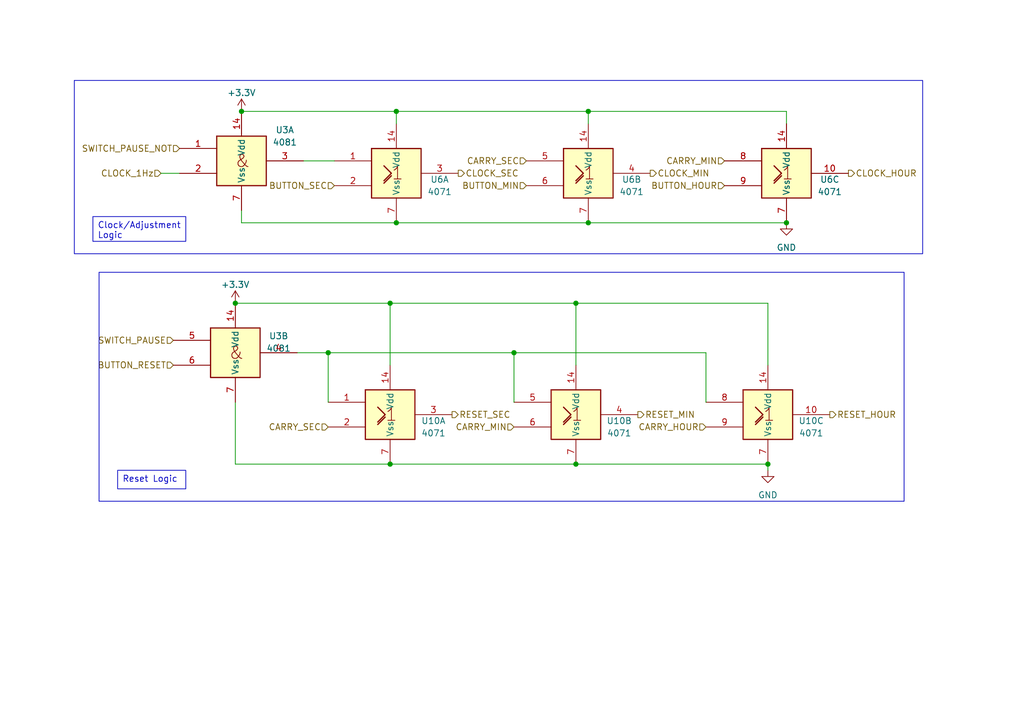
<source format=kicad_sch>
(kicad_sch (version 20230121) (generator eeschema)
  (paper "A5")
  (lib_symbols
    (symbol "4xxx_IEEE:4071"
      (property "Reference" "U" (at 2.54 6.35 0))
      (property "Value" "4071" (at 6.35 -6.35 0))
      (symbol "4071_0_0"
        (rectangle (start -5.08 5.08) (end 5.08 -5.08) (stroke (width 0.254)) (fill (type background)))
        (polyline (pts (xy -2.54 -2.032) (xy -1.016 -0.508) (xy -1.016 -0.508)) (stroke (width 0.254)) (fill (type background)))
        (polyline (pts (xy -2.54 1.524) (xy -1.016 0) (xy -2.54 -1.524) (xy -2.54 -1.524)) (stroke (width 0.254)) (fill (type background)))
        (text "1" (at 0.254 0 0) (effects (font (size 2.54 2.54))))
        (pin power_in line (at 0 10.16 270) (length 5.08) (name "Vdd") (number "14"))
        (pin power_in line (at 0 -10.16 90) (length 5.08) (name "Vss") (number "7"))
      )
      (symbol "4071_1_1"
        (pin input line (at -12.7 2.54 0) (length 7.62) (name "~") (number "1"))
        (pin input line (at -12.7 -2.54 0) (length 7.62) (name "~") (number "2"))
        (pin output line (at 12.7 0 180) (length 7.62) (name "~") (number "3"))
      )
      (symbol "4071_2_1"
        (pin output line (at 12.7 0 180) (length 7.62) (name "~") (number "4"))
        (pin input line (at -12.7 2.54 0) (length 7.62) (name "~") (number "5"))
        (pin input line (at -12.7 -2.54 0) (length 7.62) (name "~") (number "6"))
      )
      (symbol "4071_3_1"
        (pin output line (at 12.7 0 180) (length 7.62) (name "~") (number "10"))
        (pin input line (at -12.7 2.54 0) (length 7.62) (name "~") (number "8"))
        (pin input line (at -12.7 -2.54 0) (length 7.62) (name "~") (number "9"))
      )
      (symbol "4071_4_1"
        (pin output line (at 12.7 0 180) (length 7.62) (name "~") (number "11"))
        (pin input line (at -12.7 2.54 0) (length 7.62) (name "~") (number "12"))
        (pin input line (at -12.7 -2.54 0) (length 7.62) (name "~") (number "13"))
      )
    )
    (symbol "4xxx_IEEE:4081"
      (property "Reference" "U" (at 2.54 6.35 0))
      (property "Value" "4081" (at 6.35 -6.35 0))
      (symbol "4081_0_0"
        (rectangle (start -5.08 5.08) (end 5.08 -5.08) (stroke (width 0.254)) (fill (type background)))
        (text "&" (at 0.254 0 0) (effects (font (size 2.54 2.54))))
        (pin power_in line (at 0 10.16 270) (length 5.08) (name "Vdd") (number "14"))
        (pin power_in line (at 0 -10.16 90) (length 5.08) (name "Vss") (number "7"))
      )
      (symbol "4081_1_1"
        (pin input line (at -12.7 2.54 0) (length 7.62) (name "~") (number "1"))
        (pin input line (at -12.7 -2.54 0) (length 7.62) (name "~") (number "2"))
        (pin output line (at 12.7 0 180) (length 7.62) (name "~") (number "3"))
      )
      (symbol "4081_2_1"
        (pin output line (at 12.7 0 180) (length 7.62) (name "~") (number "4"))
        (pin input line (at -12.7 2.54 0) (length 7.62) (name "~") (number "5"))
        (pin input line (at -12.7 -2.54 0) (length 7.62) (name "~") (number "6"))
      )
      (symbol "4081_3_1"
        (pin output line (at 12.7 0 180) (length 7.62) (name "~") (number "10"))
        (pin input line (at -12.7 2.54 0) (length 7.62) (name "~") (number "8"))
        (pin input line (at -12.7 -2.54 0) (length 7.62) (name "~") (number "9"))
      )
      (symbol "4081_4_1"
        (pin output line (at 12.7 0 180) (length 7.62) (name "~") (number "11"))
        (pin input line (at -12.7 2.54 0) (length 7.62) (name "~") (number "12"))
        (pin input line (at -12.7 -2.54 0) (length 7.62) (name "~") (number "13"))
      )
    )
    (symbol "power:+3.3V" (power) (pin_names (offset 0))
      (property "Value" "+3.3V" (at 0 3.556 0))
      (symbol "+3.3V_0_1"
        (polyline (pts (xy -0.762 1.27) (xy 0 2.54)))
        (polyline (pts (xy 0 0) (xy 0 2.54)))
        (polyline (pts (xy 0 2.54) (xy 0.762 1.27)))
      )
      (symbol "+3.3V_1_1"
        (pin power_in line (at 0 0 90) (length 0) hide (name "+3.3V") (number "1"))
      )
    )
    (symbol "power:GND" (power) (pin_names (offset 0))
      (property "Value" "GND" (at 0 -3.81 0))
      (symbol "GND_0_1"
        (polyline (pts (xy 0 0) (xy 0 -1.27) (xy 1.27 -1.27) (xy 0 -2.54) (xy -1.27 -1.27) (xy 0 -1.27)))
      )
      (symbol "GND_1_1"
        (pin power_in line (at 0 0 270) (length 0) hide (name "GND") (number "1"))
      )
    )
  )
  (junction (at 80.01 95.25))
  (junction (at 161.29 45.72))
  (junction (at 105.41 72.39))
  (junction (at 80.01 62.23))
  (junction (at 81.28 22.86))
  (junction (at 120.65 45.72))
  (junction (at 48.26 62.23))
  (junction (at 81.28 45.72))
  (junction (at 157.48 95.25))
  (junction (at 118.11 95.25))
  (junction (at 120.65 22.86))
  (junction (at 67.31 72.39))
  (junction (at 118.11 62.23))
  (junction (at 49.53 22.86))
  (wire (pts (xy 120.65 45.72) (xy 161.29 45.72)))
  (wire (pts (xy 80.01 95.25) (xy 118.11 95.25)))
  (wire (pts (xy 80.01 74.93) (xy 80.01 62.23)))
  (wire (pts (xy 105.41 72.39) (xy 144.78 72.39)))
  (wire (pts (xy 81.28 25.4) (xy 81.28 22.86)))
  (wire (pts (xy 120.65 22.86) (xy 81.28 22.86)))
  (wire (pts (xy 60.96 72.39) (xy 67.31 72.39)))
  (wire (pts (xy 144.78 82.55) (xy 144.78 72.39)))
  (wire (pts (xy 105.41 72.39) (xy 67.31 72.39)))
  (wire (pts (xy 48.26 82.55) (xy 48.26 95.25)))
  (wire (pts (xy 67.31 72.39) (xy 67.31 82.55)))
  (wire (pts (xy 157.48 74.93) (xy 157.48 62.23)))
  (wire (pts (xy 118.11 62.23) (xy 157.48 62.23)))
  (wire (pts (xy 161.29 25.4) (xy 161.29 22.86)))
  (wire (pts (xy 62.23 33.02) (xy 68.58 33.02)))
  (wire (pts (xy 49.53 45.72) (xy 81.28 45.72)))
  (wire (pts (xy 48.26 95.25) (xy 80.01 95.25)))
  (wire (pts (xy 120.65 22.86) (xy 161.29 22.86)))
  (wire (pts (xy 120.65 25.4) (xy 120.65 22.86)))
  (wire (pts (xy 49.53 43.18) (xy 49.53 45.72)))
  (wire (pts (xy 118.11 95.25) (xy 157.48 95.25)))
  (wire (pts (xy 33.02 35.56) (xy 36.83 35.56)))
  (wire (pts (xy 81.28 22.86) (xy 49.53 22.86)))
  (wire (pts (xy 80.01 62.23) (xy 118.11 62.23)))
  (wire (pts (xy 118.11 74.93) (xy 118.11 62.23)))
  (wire (pts (xy 81.28 45.72) (xy 120.65 45.72)))
  (wire (pts (xy 48.26 62.23) (xy 80.01 62.23)))
  (wire (pts (xy 157.48 96.52) (xy 157.48 95.25)))
  (wire (pts (xy 105.41 82.55) (xy 105.41 72.39)))
  (rectangle (start 15.24 16.51) (end 189.23 52.07))
  (rectangle (start 20.32 55.88) (end 185.42 102.87))
  (text_box "Reset Logic" (at 24.13 96.52 0) (size 13.97 3.81) (effects (font (size 1.27 1.27)) (justify left top)))
  (text_box "Clock/Adjustment Logic" (at 19.05 44.45 0) (size 19.05 5.08) (effects (font (size 1.27 1.27)) (justify left top)))
  (hierarchical_label "BUTTON_MIN" (shape input) (at 107.95 38.1 180))
  (hierarchical_label "CARRY_SEC" (shape input) (at 107.95 33.02 180))
  (hierarchical_label "CARRY_SEC" (shape input) (at 67.31 87.63 180))
  (hierarchical_label "BUTTON_HOUR" (shape input) (at 148.59 38.1 180))
  (hierarchical_label "CARRY_MIN" (shape input) (at 148.59 33.02 180))
  (hierarchical_label "RESET_MIN" (shape output) (at 130.81 85.09 0))
  (hierarchical_label "CARRY_HOUR" (shape input) (at 144.78 87.63 180))
  (hierarchical_label "RESET_SEC" (shape output) (at 92.71 85.09 0))
  (hierarchical_label "CARRY_MIN" (shape input) (at 105.41 87.63 180))
  (hierarchical_label "SWITCH_PAUSE_NOT" (shape input) (at 36.83 30.48 180))
  (hierarchical_label "BUTTON_RESET" (shape input) (at 35.56 74.93 180))
  (hierarchical_label "CLOCK_SEC" (shape output) (at 93.98 35.56 0))
  (hierarchical_label "BUTTON_SEC" (shape input) (at 68.58 38.1 180))
  (hierarchical_label "RESET_HOUR" (shape output) (at 170.18 85.09 0))
  (hierarchical_label "CLOCK_1Hz" (shape input) (at 33.02 35.56 180))
  (hierarchical_label "CLOCK_HOUR" (shape output) (at 173.99 35.56 0))
  (hierarchical_label "CLOCK_MIN" (shape output) (at 133.35 35.56 0))
  (hierarchical_label "SWITCH_PAUSE" (shape input) (at 35.56 69.85 180))
  (symbol (lib_id "4xxx_IEEE:4071") (at 81.28 35.56 0) (unit 1)
    (property "Reference" "U6" (at 90.17 36.83 0))
    (property "Value" "4071" (at 90.17 39.37 0))
    (property "Footprint" "Package_DIP:DIP-14_W7.62mm_Socket" (effects hide))
    (instances (project "binary_clock" (path "" (reference "U6") (unit 1)) (path "" (reference "U4") (unit 1)) (path "" (reference "U10") (unit 1))))
  )
  (symbol (lib_id "4xxx_IEEE:4081") (at 48.26 72.39 0) (unit 2)
    (property "Reference" "U3" (at 57.15 68.9611 0))
    (property "Value" "4081" (at 57.15 71.5011 0))
    (property "Footprint" "Package_DIP:DIP-14_W7.62mm_Socket" (effects hide))
    (instances (project "binary_clock" (path "" (reference "U3") (unit 2)) (path "" (reference "U3") (unit 2)) (path "" (reference "U9") (unit 2))))
  )
  (symbol (lib_id "4xxx_IEEE:4071") (at 161.29 35.56 0) (unit 3)
    (property "Reference" "U6" (at 170.18 36.83 0))
    (property "Value" "4071" (at 170.18 39.37 0))
    (property "Footprint" "Package_DIP:DIP-14_W7.62mm_Socket" (effects hide))
    (instances (project "binary_clock" (path "" (reference "U6") (unit 3)) (path "" (reference "U4") (unit 3)) (path "" (reference "U10") (unit 3))))
  )
  (symbol (lib_id "4xxx_IEEE:4071") (at 120.65 35.56 0) (unit 2)
    (property "Reference" "U6" (at 129.54 36.83 0))
    (property "Value" "4071" (at 129.54 39.37 0))
    (property "Footprint" "Package_DIP:DIP-14_W7.62mm_Socket" (effects hide))
    (instances (project "binary_clock" (path "" (reference "U6") (unit 2)) (path "" (reference "U4") (unit 2)) (path "" (reference "U10") (unit 2))))
  )
  (symbol (lib_id "4xxx_IEEE:4071") (at 118.11 85.09 0) (unit 2)
    (property "Reference" "U10" (at 127 86.36 0))
    (property "Value" "4071" (at 127 88.9 0))
    (property "Footprint" "Package_DIP:DIP-14_W7.62mm_Socket" (effects hide))
    (instances (project "binary_clock" (path "" (reference "U10") (unit 2)) (path "" (reference "U5") (unit 2)) (path "" (reference "U11") (unit 2))))
  )
  (symbol (lib_id "power:GND") (at 157.48 96.52 0) (unit 1)
    (property "Reference" "#PWR04" (effects hide))
    (property "Value" "GND" (at 157.48 101.6 0))
    (property "Footprint" "Connector_Pin:Pin_D1.0mm_L10.0mm" (effects hide))
    (instances (project "binary_clock" (path "" (reference "#PWR04") (unit 1)) (path "" (reference "#PWR010") (unit 1)) (path "" (reference "#PWR022") (unit 1))))
  )
  (symbol (lib_id "power:+3.3V") (at 48.26 62.23 0) (unit 1)
    (property "Reference" "#PWR010" (effects hide))
    (property "Value" "+3.3V" (at 48.26 58.42 0))
    (instances (project "binary_clock" (path "" (reference "#PWR010") (unit 1)) (path "" (reference "#PWR02") (unit 1)) (path "" (reference "#PWR04") (unit 1)) (path "" (reference "#PWR020") (unit 1))))
  )
  (symbol (lib_id "4xxx_IEEE:4081") (at 49.53 33.02 0) (unit 1)
    (property "Reference" "U3" (at 58.42 26.67 0))
    (property "Value" "4081" (at 58.42 29.21 0))
    (property "Footprint" "Package_DIP:DIP-14_W7.62mm_Socket" (effects hide))
    (instances (project "binary_clock" (path "" (reference "U3") (unit 1)) (path "" (reference "U3") (unit 1)) (path "" (reference "U9") (unit 1))))
  )
  (symbol (lib_id "power:+3.3V") (at 49.53 22.86 0) (unit 1)
    (property "Reference" "#PWR010" (effects hide))
    (property "Value" "+3.3V" (at 49.53 19.05 0))
    (instances (project "binary_clock" (path "" (reference "#PWR010") (unit 1)) (path "" (reference "#PWR02") (unit 1)) (path "" (reference "#PWR04") (unit 1)) (path "" (reference "#PWR019") (unit 1))))
  )
  (symbol (lib_id "4xxx_IEEE:4071") (at 157.48 85.09 0) (unit 3)
    (property "Reference" "U10" (at 166.37 86.36 0))
    (property "Value" "4071" (at 166.37 88.9 0))
    (property "Footprint" "Package_DIP:DIP-14_W7.62mm_Socket" (effects hide))
    (instances (project "binary_clock" (path "" (reference "U10") (unit 3)) (path "" (reference "U5") (unit 3)) (path "" (reference "U11") (unit 3))))
  )
  (symbol (lib_id "4xxx_IEEE:4071") (at 80.01 85.09 0) (unit 1)
    (property "Reference" "U10" (at 88.9 86.36 0))
    (property "Value" "4071" (at 88.9 88.9 0))
    (property "Footprint" "Package_DIP:DIP-14_W7.62mm_Socket" (effects hide))
    (instances (project "binary_clock" (path "" (reference "U10") (unit 1)) (path "" (reference "U5") (unit 1)) (path "" (reference "U11") (unit 1))))
  )
  (symbol (lib_id "power:GND") (at 161.29 45.72 0) (unit 1)
    (property "Reference" "#PWR04" (effects hide))
    (property "Value" "GND" (at 161.29 50.8 0))
    (property "Footprint" "Connector_Pin:Pin_D1.0mm_L10.0mm" (effects hide))
    (instances (project "binary_clock" (path "" (reference "#PWR04") (unit 1)) (path "" (reference "#PWR010") (unit 1)) (path "" (reference "#PWR021") (unit 1))))
  )
)
</source>
